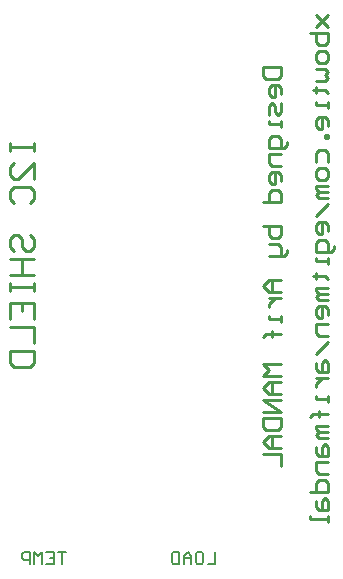
<source format=gbo>
G04*
G04 #@! TF.GenerationSoftware,Altium Limited,Altium Designer,19.0.15 (446)*
G04*
G04 Layer_Color=32896*
%FSLAX23Y23*%
%MOIN*%
G70*
G01*
G75*
%ADD13C,0.006*%
%ADD14C,0.010*%
D13*
X-960Y-1860D02*
Y-1900D01*
X-986D01*
X-1020Y-1860D02*
X-1006D01*
X-1000Y-1866D01*
Y-1893D01*
X-1006Y-1900D01*
X-1020D01*
X-1026Y-1893D01*
Y-1866D01*
X-1020Y-1860D01*
X-1040Y-1900D02*
Y-1873D01*
X-1053Y-1860D01*
X-1066Y-1873D01*
Y-1900D01*
Y-1880D01*
X-1040D01*
X-1080Y-1860D02*
Y-1900D01*
X-1100D01*
X-1106Y-1893D01*
Y-1866D01*
X-1100Y-1860D01*
X-1080D01*
X-1458D02*
X-1484D01*
X-1471D01*
Y-1900D01*
X-1524Y-1860D02*
X-1498D01*
Y-1900D01*
X-1524D01*
X-1498Y-1880D02*
X-1511D01*
X-1538Y-1900D02*
Y-1860D01*
X-1551Y-1873D01*
X-1564Y-1860D01*
Y-1900D01*
X-1578D02*
Y-1860D01*
X-1598D01*
X-1604Y-1866D01*
Y-1880D01*
X-1598Y-1886D01*
X-1578D01*
D14*
X-626Y-69D02*
X-586Y-109D01*
X-606Y-89D01*
X-626Y-109D01*
X-586Y-69D01*
X-646Y-129D02*
X-586D01*
Y-159D01*
X-596Y-169D01*
X-606D01*
X-616D01*
X-626Y-159D01*
Y-129D01*
X-586Y-199D02*
Y-219D01*
X-596Y-229D01*
X-616D01*
X-626Y-219D01*
Y-199D01*
X-616Y-189D01*
X-596D01*
X-586Y-199D01*
X-626Y-249D02*
X-596D01*
X-586Y-259D01*
X-596Y-269D01*
X-586Y-279D01*
X-596Y-289D01*
X-626D01*
X-636Y-319D02*
X-626D01*
Y-309D01*
Y-329D01*
Y-319D01*
X-596D01*
X-586Y-329D01*
Y-359D02*
Y-379D01*
Y-369D01*
X-626D01*
Y-359D01*
X-586Y-439D02*
Y-419D01*
X-596Y-409D01*
X-616D01*
X-626Y-419D01*
Y-439D01*
X-616Y-449D01*
X-606D01*
Y-409D01*
X-586Y-469D02*
X-596D01*
Y-479D01*
X-586D01*
Y-469D01*
X-626Y-559D02*
Y-529D01*
X-616Y-519D01*
X-596D01*
X-586Y-529D01*
Y-559D01*
Y-589D02*
Y-609D01*
X-596Y-619D01*
X-616D01*
X-626Y-609D01*
Y-589D01*
X-616Y-579D01*
X-596D01*
X-586Y-589D01*
Y-639D02*
X-626D01*
Y-649D01*
X-616Y-659D01*
X-586D01*
X-616D01*
X-626Y-669D01*
X-616Y-679D01*
X-586D01*
Y-699D02*
X-626Y-739D01*
X-586Y-789D02*
Y-769D01*
X-596Y-759D01*
X-616D01*
X-626Y-769D01*
Y-789D01*
X-616Y-799D01*
X-606D01*
Y-759D01*
X-566Y-839D02*
Y-849D01*
X-576Y-859D01*
X-626D01*
Y-829D01*
X-616Y-819D01*
X-596D01*
X-586Y-829D01*
Y-859D01*
Y-879D02*
Y-899D01*
Y-889D01*
X-626D01*
Y-879D01*
X-636Y-939D02*
X-626D01*
Y-929D01*
Y-949D01*
Y-939D01*
X-596D01*
X-586Y-949D01*
Y-979D02*
X-626D01*
Y-989D01*
X-616Y-999D01*
X-586D01*
X-616D01*
X-626Y-1009D01*
X-616Y-1019D01*
X-586D01*
Y-1069D02*
Y-1049D01*
X-596Y-1039D01*
X-616D01*
X-626Y-1049D01*
Y-1069D01*
X-616Y-1079D01*
X-606D01*
Y-1039D01*
X-586Y-1099D02*
X-626D01*
Y-1129D01*
X-616Y-1139D01*
X-586D01*
Y-1159D02*
X-626Y-1199D01*
Y-1229D02*
Y-1249D01*
X-616Y-1259D01*
X-586D01*
Y-1229D01*
X-596Y-1219D01*
X-606Y-1229D01*
Y-1259D01*
X-626Y-1279D02*
X-586D01*
X-606D01*
X-616Y-1289D01*
X-626Y-1298D01*
Y-1308D01*
X-586Y-1338D02*
Y-1358D01*
Y-1348D01*
X-626D01*
Y-1338D01*
X-586Y-1398D02*
X-636D01*
X-616D01*
Y-1388D01*
Y-1408D01*
Y-1398D01*
X-636D01*
X-646Y-1408D01*
X-586Y-1438D02*
X-626D01*
Y-1448D01*
X-616Y-1458D01*
X-586D01*
X-616D01*
X-626Y-1468D01*
X-616Y-1478D01*
X-586D01*
X-626Y-1508D02*
Y-1528D01*
X-616Y-1538D01*
X-586D01*
Y-1508D01*
X-596Y-1498D01*
X-606Y-1508D01*
Y-1538D01*
X-586Y-1558D02*
X-626D01*
Y-1588D01*
X-616Y-1598D01*
X-586D01*
X-646Y-1658D02*
X-586D01*
Y-1628D01*
X-596Y-1618D01*
X-616D01*
X-626Y-1628D01*
Y-1658D01*
Y-1688D02*
Y-1708D01*
X-616Y-1718D01*
X-586D01*
Y-1688D01*
X-596Y-1678D01*
X-606Y-1688D01*
Y-1718D01*
X-586Y-1738D02*
Y-1758D01*
Y-1748D01*
X-646D01*
Y-1738D01*
X-803Y-243D02*
X-743D01*
Y-273D01*
X-753Y-283D01*
X-793D01*
X-803Y-273D01*
Y-243D01*
X-743Y-333D02*
Y-313D01*
X-753Y-303D01*
X-773D01*
X-783Y-313D01*
Y-333D01*
X-773Y-343D01*
X-763D01*
Y-303D01*
X-743Y-363D02*
Y-393D01*
X-753Y-403D01*
X-763Y-393D01*
Y-373D01*
X-773Y-363D01*
X-783Y-373D01*
Y-403D01*
X-743Y-423D02*
Y-443D01*
Y-433D01*
X-783D01*
Y-423D01*
X-723Y-493D02*
Y-503D01*
X-733Y-513D01*
X-783D01*
Y-483D01*
X-773Y-473D01*
X-753D01*
X-743Y-483D01*
Y-513D01*
Y-533D02*
X-783D01*
Y-563D01*
X-773Y-573D01*
X-743D01*
Y-623D02*
Y-603D01*
X-753Y-593D01*
X-773D01*
X-783Y-603D01*
Y-623D01*
X-773Y-633D01*
X-763D01*
Y-593D01*
X-803Y-693D02*
X-743D01*
Y-663D01*
X-753Y-653D01*
X-773D01*
X-783Y-663D01*
Y-693D01*
X-803Y-773D02*
X-743D01*
Y-803D01*
X-753Y-813D01*
X-763D01*
X-773D01*
X-783Y-803D01*
Y-773D01*
Y-833D02*
X-753D01*
X-743Y-843D01*
Y-873D01*
X-733D01*
X-723Y-863D01*
Y-853D01*
X-743Y-873D02*
X-783D01*
X-743Y-953D02*
X-783D01*
X-803Y-973D01*
X-783Y-993D01*
X-743D01*
X-773D01*
Y-953D01*
X-783Y-1013D02*
X-743D01*
X-763D01*
X-773Y-1023D01*
X-783Y-1033D01*
Y-1043D01*
X-743Y-1073D02*
Y-1093D01*
Y-1083D01*
X-783D01*
Y-1073D01*
X-743Y-1133D02*
X-793D01*
X-773D01*
Y-1123D01*
Y-1143D01*
Y-1133D01*
X-793D01*
X-803Y-1143D01*
X-743Y-1233D02*
X-803D01*
X-783Y-1253D01*
X-803Y-1273D01*
X-743D01*
Y-1293D02*
X-783D01*
X-803Y-1313D01*
X-783Y-1333D01*
X-743D01*
X-773D01*
Y-1293D01*
X-743Y-1353D02*
X-803D01*
X-743Y-1393D01*
X-803D01*
Y-1413D02*
X-743D01*
Y-1443D01*
X-753Y-1453D01*
X-793D01*
X-803Y-1443D01*
Y-1413D01*
X-743Y-1473D02*
X-783D01*
X-803Y-1493D01*
X-783Y-1513D01*
X-743D01*
X-773D01*
Y-1473D01*
X-803Y-1533D02*
X-743D01*
Y-1573D01*
X-1646Y-495D02*
Y-522D01*
Y-508D01*
X-1566D01*
Y-495D01*
Y-522D01*
Y-615D02*
Y-562D01*
X-1619Y-615D01*
X-1633D01*
X-1646Y-602D01*
Y-575D01*
X-1633Y-562D01*
Y-695D02*
X-1646Y-682D01*
Y-655D01*
X-1633Y-642D01*
X-1579D01*
X-1566Y-655D01*
Y-682D01*
X-1579Y-695D01*
X-1633Y-855D02*
X-1646Y-842D01*
Y-815D01*
X-1633Y-802D01*
X-1619D01*
X-1606Y-815D01*
Y-842D01*
X-1593Y-855D01*
X-1579D01*
X-1566Y-842D01*
Y-815D01*
X-1579Y-802D01*
X-1646Y-882D02*
X-1566D01*
X-1606D01*
Y-935D01*
X-1646D01*
X-1566D01*
X-1646Y-962D02*
Y-988D01*
Y-975D01*
X-1566D01*
Y-962D01*
Y-988D01*
X-1646Y-1082D02*
Y-1028D01*
X-1566D01*
Y-1082D01*
X-1606Y-1028D02*
Y-1055D01*
X-1646Y-1108D02*
X-1566D01*
Y-1162D01*
X-1646Y-1188D02*
X-1566D01*
Y-1228D01*
X-1579Y-1242D01*
X-1633D01*
X-1646Y-1228D01*
Y-1188D01*
M02*

</source>
